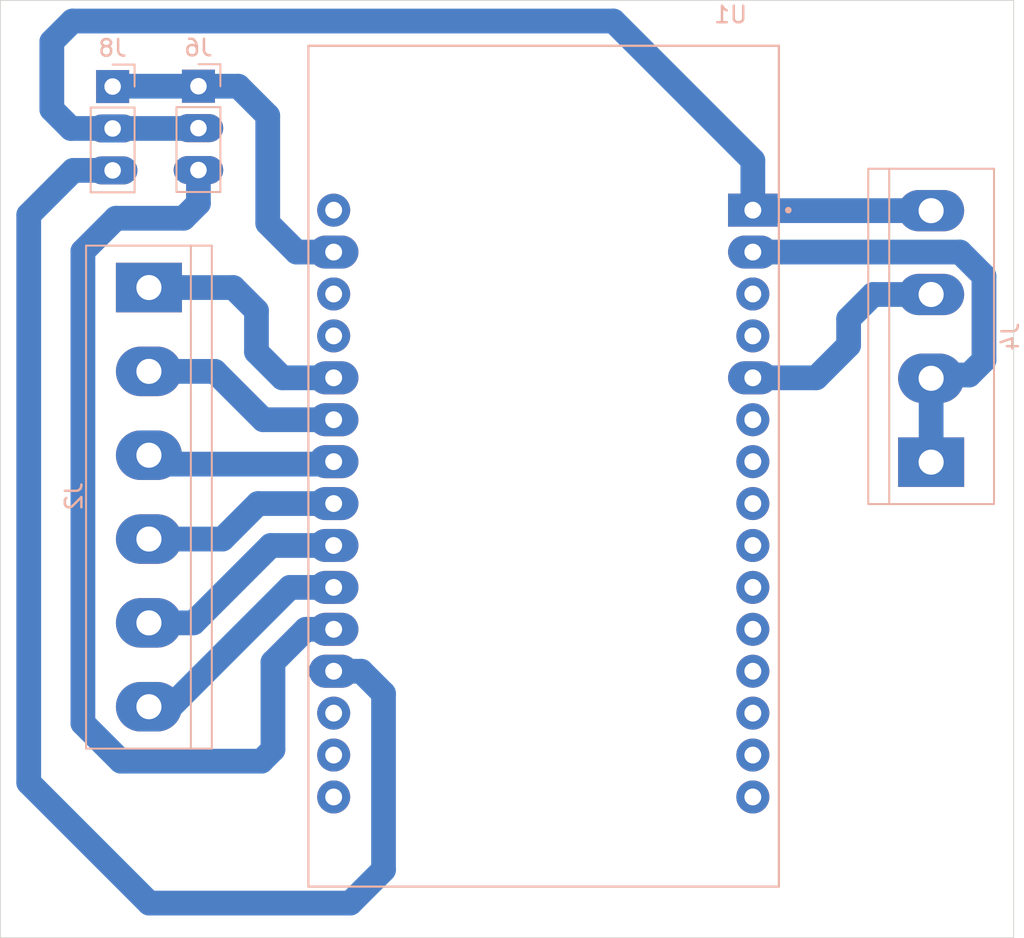
<source format=kicad_pcb>
(kicad_pcb (version 20241229) (generator "pcbnew") (generator_version "9.0")
  (layers (0 "F.Cu" signal) (2 "B.Cu" signal) (13 "F.Paste" user) (15 "B.Paste" user) (5 "F.SilkS" user "F.Silkscreen") (7 "B.SilkS" user "B.Silkscreen") (1 "F.Mask" user) (3 "B.Mask" user) (25 "Edge.Cuts" user))
  (net 0 "")
  (net 1 "Net-(J2-Pin_5)")
  (net 2 "Net-(J2-Pin_1)")
  (net 3 "Net-(J2-Pin_4)")
  (net 4 "Net-(J2-Pin_6)")
  (net 5 "Net-(J2-Pin_3)")
  (net 6 "Net-(J4-Pin_3)")
  (net 25 "GND")
  (net 26 "+3.3V")
  (net 27 "Net-(J6-Pin_3)")
  (net 28 "Net-(J8-Pin_3)")
  (net 29 "Net-(J2-Pin_2)")
  (footprint "TerminalBlock:TerminalBlock_bornier-6_P5.08mm" (layer "B.Cu") (at 129.683942 64.2 -90)
    (property "Reference" "J2" (at 12.65 4.55 90) (layer "B.SilkS") (effects (justify mirror)))
    (property "Value" "H Bridge")
    (fp_line (start 27.94 3.81) (end -2.54 3.81) (stroke (width 0.12)) (layer "B.SilkS"))
    (fp_line (start 27.94 3.81) (end 27.94 -3.81) (stroke (width 0.12)) (layer "B.SilkS"))
    (fp_line (start 27.94 -2.54) (end -2.54 -2.54) (stroke (width 0.12)) (layer "B.SilkS"))
    (fp_line (start -2.54 -3.81) (end -2.54 3.81) (stroke (width 0.12)) (layer "B.SilkS"))
    (fp_line (start 27.94 -3.81) (end -2.54 -3.81) (stroke (width 0.12)) (layer "B.SilkS"))
    (pad "1" thru_hole rect (at 0 0 270) (size 3 4) (drill 1.52) (layers "*.Cu" "*.Mask") (net 2 "Net-(J2-Pin_1)"))
    (pad "2" thru_hole oval (at 5.08 0 270) (size 3 4) (drill 1.52) (layers "*.Cu" "*.Mask") (net 29 "Net-(J2-Pin_2)"))
    (pad "3" thru_hole oval (at 10.16 0 270) (size 3 4) (drill 1.52) (layers "*.Cu" "*.Mask") (net 5 "Net-(J2-Pin_3)"))
    (pad "4" thru_hole oval (at 15.24 0 270) (size 3 4) (drill 1.52) (layers "*.Cu" "*.Mask") (net 3 "Net-(J2-Pin_4)"))
    (pad "5" thru_hole oval (at 20.32 0 270) (size 3 4) (drill 1.52) (layers "*.Cu" "*.Mask") (net 1 "Net-(J2-Pin_5)"))
    (pad "6" thru_hole oval (at 25.4 0 270) (size 3 4) (drill 1.52) (layers "*.Cu" "*.Mask") (net 4 "Net-(J2-Pin_6)"))
  )
  (footprint "TerminalBlock:TerminalBlock_bornier-4_P5.08mm" (layer "B.Cu") (at 177.083942 74.78 90)
    (property "Reference" "J4" (at 7.6 4.8 90) (layer "B.SilkS") (effects (justify mirror)))
    (property "Value" "Encoder")
    (fp_line (start 17.78 -3.81) (end -2.54 -3.81) (stroke (width 0.12)) (layer "B.SilkS"))
    (fp_line (start -2.54 -3.81) (end -2.54 3.81) (stroke (width 0.12)) (layer "B.SilkS"))
    (fp_line (start -2.54 -2.54) (end 17.78 -2.54) (stroke (width 0.12)) (layer "B.SilkS"))
    (fp_line (start 17.78 3.81) (end 17.78 -3.81) (stroke (width 0.12)) (layer "B.SilkS"))
    (fp_line (start 17.78 3.81) (end -2.54 3.81) (stroke (width 0.12)) (layer "B.SilkS"))
    (pad "1" thru_hole rect (at 0 0 90) (size 3 4) (drill 1.52) (layers "*.Cu" "*.Mask") (net 25 "GND"))
    (pad "2" thru_hole oval (at 5.08 0 90) (size 3 4) (drill 1.52) (layers "*.Cu" "*.Mask") (net 25 "GND"))
    (pad "3" thru_hole oval (at 10.16 0 90) (size 2.5 4) (drill 1.52) (layers "*.Cu" "*.Mask") (net 6 "Net-(J4-Pin_3)"))
    (pad "4" thru_hole oval (at 15.24 0 90) (size 2.5 4) (drill 1.52) (layers "*.Cu" "*.Mask") (net 26 "+3.3V"))
  )
  (footprint "Connector_PinHeader_2.54mm:PinHeader_1x03_P2.54mm_Vertical" (layer "B.Cu") (at 127.483942 52.02 180)
    (property "Reference" "J8" (at 0 2.33 0) (layer "B.SilkS") (effects (justify mirror)))
    (property "Value" "S1")
    (fp_line (start 1.33 -1.27) (end -1.33 -1.27) (stroke (width 0.12)) (layer "B.SilkS"))
    (fp_line (start 1.33 -6.41) (end 1.33 -1.27) (stroke (width 0.12)) (layer "B.SilkS"))
    (fp_line (start 1.33 -6.41) (end -1.33 -6.41) (stroke (width 0.12)) (layer "B.SilkS"))
    (fp_line (start 0 1.33) (end -1.33 1.33) (stroke (width 0.12)) (layer "B.SilkS"))
    (fp_line (start -1.33 1.33) (end -1.33 0) (stroke (width 0.12)) (layer "B.SilkS"))
    (fp_line (start -1.33 -6.41) (end -1.33 -1.27) (stroke (width 0.12)) (layer "B.SilkS"))
    (pad "1" thru_hole rect (at 0 0 180) (size 2 2) (drill 1) (layers "*.Cu" "*.Mask") (net 25 "GND"))
    (pad "2" thru_hole oval (at 0 -2.54 180) (size 3 1.7) (drill 1) (layers "*.Cu" "*.Mask") (net 26 "+3.3V"))
    (pad "3" thru_hole oval (at 0 -5.08 180) (size 3 1.7) (drill 1) (layers "*.Cu" "*.Mask") (net 28 "Net-(J8-Pin_3)"))
  )
  (footprint "ESP32-DEVKIT-V1:MODULE_ESP32_DEVKIT_V1" (layer "B.Cu") (at 153.578942 75.025 180)
    (property "Reference" "U1" (at -11.355 27.36 0) (layer "B.SilkS") (effects (justify mirror)))
    (property "Value" "ESP32-DEVKIT")
    (fp_line (start 14.23 25.475) (end 3.5 25.475) (stroke (width 0.127)) (layer "B.SilkS"))
    (fp_line (start 14.23 25.475) (end -14.28 25.475) (stroke (width 0.127)) (layer "B.SilkS"))
    (fp_line (start 14.23 -25.475) (end 14.23 25.475) (stroke (width 0.127)) (layer "B.SilkS"))
    (fp_line (start 14.23 -25.475) (end 14.23 25.475) (stroke (width 0.127)) (layer "B.SilkS"))
    (fp_line (start 14.23 -25.475) (end 8.78 -25.475) (stroke (width 0.127)) (layer "B.SilkS"))
    (fp_line (start 8.78 -25.475) (end -8.91 -25.475) (stroke (width 0.127)) (layer "B.SilkS"))
    (fp_line (start 3.5 25.475) (end -3.211 25.475) (stroke (width 0.127)) (layer "B.SilkS"))
    (fp_line (start -3.211 25.475) (end -14.28 25.475) (stroke (width 0.127)) (layer "B.SilkS"))
    (fp_line (start -8.91 -25.475) (end -14.28 -25.475) (stroke (width 0.127)) (layer "B.SilkS"))
    (fp_line (start -14.28 25.475) (end -14.28 -25.475) (stroke (width 0.127)) (layer "B.SilkS"))
    (fp_line (start -14.28 25.475) (end -14.28 -25.475) (stroke (width 0.127)) (layer "B.SilkS"))
    (fp_line (start -14.28 -25.475) (end 14.23 -25.475) (stroke (width 0.127)) (layer "B.SilkS"))
    (fp_circle (center -14.85 15.515) (end -14.75 15.515) (stroke (width 0.2)) (fill no) (layer "B.SilkS"))
    (pad "" np_thru_hole circle (at -12.28 -23.475 180) (size 3 3) (drill 3) (layers "*.Cu" "*.Mask"))
    (pad "" np_thru_hole circle (at -12.28 23.475 180) (size 3 3) (drill 3) (layers "*.Cu" "*.Mask"))
    (pad "" np_thru_hole circle (at 12.23 -23.475 180) (size 3 3) (drill 3) (layers "*.Cu" "*.Mask"))
    (pad "" np_thru_hole circle (at 12.23 23.475 180) (size 3 3) (drill 3) (layers "*.Cu" "*.Mask"))
    (pad "1" thru_hole rect (at -12.7 15.515 180) (size 3 2) (drill 1.02) (layers "*.Cu" "*.Mask") (net 26 "+3.3V"))
    (pad "2" thru_hole oval (at -12.7 12.975 180) (size 3 2) (drill 1.02) (layers "*.Cu" "*.Mask") (net 25 "GND"))
    (pad "3" thru_hole circle (at -12.7 10.435 180) (size 2 2) (drill 1.02) (layers "*.Cu" "*.Mask"))
    (pad "4" thru_hole circle (at -12.7 7.895 180) (size 2 2) (drill 1.02) (layers "*.Cu" "*.Mask"))
    (pad "5" thru_hole oval (at -12.7 5.355 180) (size 3 2) (drill 1.02) (layers "*.Cu" "*.Mask") (net 6 "Net-(J4-Pin_3)"))
    (pad "6" thru_hole circle (at -12.7 2.815 180) (size 2 2) (drill 1.02) (layers "*.Cu" "*.Mask"))
    (pad "7" thru_hole circle (at -12.7 0.275 180) (size 2 2) (drill 1.02) (layers "*.Cu" "*.Mask"))
    (pad "8" thru_hole circle (at -12.7 -2.265 180) (size 2 2) (drill 1.02) (layers "*.Cu" "*.Mask"))
    (pad "9" thru_hole circle (at -12.7 -4.805 180) (size 2 2) (drill 1.02) (layers "*.Cu" "*.Mask"))
    (pad "10" thru_hole circle (at -12.7 -7.345 180) (size 2 2) (drill 1.02) (layers "*.Cu" "*.Mask"))
    (pad "11" thru_hole circle (at -12.7 -9.885 180) (size 2 2) (drill 1.02) (layers "*.Cu" "*.Mask"))
    (pad "12" thru_hole circle (at -12.7 -12.425 180) (size 2 2) (drill 1.02) (layers "*.Cu" "*.Mask"))
    (pad "13" thru_hole circle (at -12.7 -14.965 180) (size 2 2) (drill 1.02) (layers "*.Cu" "*.Mask"))
    (pad "14" thru_hole circle (at -12.7 -17.505 180) (size 2 2) (drill 1.02) (layers "*.Cu" "*.Mask"))
    (pad "15" thru_hole circle (at -12.7 -20.045 180) (size 2 2) (drill 1.02) (layers "*.Cu" "*.Mask"))
    (pad "16" thru_hole circle (at 12.7 -20.045 180) (size 2 2) (drill 1.02) (layers "*.Cu" "*.Mask"))
    (pad "17" thru_hole circle (at 12.7 -17.505 180) (size 2 2) (drill 1.02) (layers "*.Cu" "*.Mask"))
    (pad "18" thru_hole circle (at 12.7 -14.965 180) (size 2 2) (drill 1.02) (layers "*.Cu" "*.Mask"))
    (pad "19" thru_hole oval (at 12.7 -12.425 180) (size 3 2) (drill 1.02) (layers "*.Cu" "*.Mask") (net 28 "Net-(J8-Pin_3)"))
    (pad "20" thru_hole oval (at 12.7 -9.885 180) (size 3 2) (drill 1.02) (layers "*.Cu" "*.Mask") (net 27 "Net-(J6-Pin_3)"))
    (pad "21" thru_hole oval (at 12.7 -7.345 180) (size 3 2) (drill 1.02) (layers "*.Cu" "*.Mask") (net 4 "Net-(J2-Pin_6)"))
    (pad "22" thru_hole oval (at 12.7 -4.805 180) (size 3 2) (drill 1.02) (layers "*.Cu" "*.Mask") (net 1 "Net-(J2-Pin_5)"))
    (pad "23" thru_hole oval (at 12.7 -2.265 180) (size 3 2) (drill 1.02) (layers "*.Cu" "*.Mask") (net 3 "Net-(J2-Pin_4)"))
    (pad "24" thru_hole oval (at 12.7 0.275 180) (size 3 2) (drill 1.02) (layers "*.Cu" "*.Mask") (net 5 "Net-(J2-Pin_3)"))
    (pad "25" thru_hole oval (at 12.7 2.815 180) (size 3 2) (drill 1.02) (layers "*.Cu" "*.Mask") (net 29 "Net-(J2-Pin_2)"))
    (pad "26" thru_hole oval (at 12.7 5.355 180) (size 3 2) (drill 1.02) (layers "*.Cu" "*.Mask") (net 2 "Net-(J2-Pin_1)"))
    (pad "27" thru_hole circle (at 12.7 7.895 180) (size 2 2) (drill 1.02) (layers "*.Cu" "*.Mask"))
    (pad "28" thru_hole circle (at 12.7 10.435 180) (size 2 2) (drill 1.02) (layers "*.Cu" "*.Mask"))
    (pad "29" thru_hole oval (at 12.7 12.975 180) (size 3 2) (drill 1.02) (layers "*.Cu" "*.Mask") (net 25 "GND"))
    (pad "30" thru_hole circle (at 12.7 15.515 180) (size 2 2) (drill 1.02) (layers "*.Cu" "*.Mask"))
  )
  (footprint "Connector_PinHeader_2.54mm:PinHeader_1x03_P2.54mm_Vertical" (layer "B.Cu") (at 132.683942 52 180)
    (property "Reference" "J6" (at 0 2.33 0) (layer "B.SilkS") (effects (justify mirror)))
    (property "Value" "S2")
    (fp_line (start 1.33 -1.27) (end -1.33 -1.27) (stroke (width 0.12)) (layer "B.SilkS"))
    (fp_line (start 1.33 -6.41) (end 1.33 -1.27) (stroke (width 0.12)) (layer "B.SilkS"))
    (fp_line (start 1.33 -6.41) (end -1.33 -6.41) (stroke (width 0.12)) (layer "B.SilkS"))
    (fp_line (start 0 1.33) (end -1.33 1.33) (stroke (width 0.12)) (layer "B.SilkS"))
    (fp_line (start -1.33 1.33) (end -1.33 0) (stroke (width 0.12)) (layer "B.SilkS"))
    (fp_line (start -1.33 -6.41) (end -1.33 -1.27) (stroke (width 0.12)) (layer "B.SilkS"))
    (pad "1" thru_hole rect (at 0 0 180) (size 2 2) (drill 1) (layers "*.Cu" "*.Mask") (net 25 "GND"))
    (pad "2" thru_hole oval (at 0 -2.54 180) (size 3 1.7) (drill 1) (layers "*.Cu" "*.Mask") (net 26 "+3.3V"))
    (pad "3" thru_hole oval (at 0 -5.08 180) (size 3 1.7) (drill 1) (layers "*.Cu" "*.Mask") (net 27 "Net-(J6-Pin_3)"))
  )
  (gr_rect (start 120.683942 46.8) (end 182.083942 103.6) (stroke (width 0.05)) (fill no) (layer "Edge.Cuts"))
  (segment (start 132.38 84.52) (end 137.07 79.83) (width 1.5) (layer "B.Cu") (net 1))
  (segment (start 129.683942 84.52) (end 132.38 84.52) (width 1.5) (layer "B.Cu") (net 1))
  (segment (start 137.07 79.83) (end 140.878942 79.83) (width 1.5) (layer "B.Cu") (net 1))
  (segment (start 136.2 65.6) (end 136.2 68.1) (width 1.5) (layer "B.Cu") (net 2))
  (segment (start 129.683942 64.2) (end 134.8 64.2) (width 1.5) (layer "B.Cu") (net 2))
  (segment (start 136.2 68.1) (end 137.77 69.67) (width 1.5) (layer "B.Cu") (net 2))
  (segment (start 134.8 64.2) (end 136.2 65.6) (width 1.5) (layer "B.Cu") (net 2))
  (segment (start 137.77 69.67) (end 140.878942 69.67) (width 1.5) (layer "B.Cu") (net 2))
  (segment (start 136.293942 77.29) (end 140.878942 77.29) (width 1.5) (layer "B.Cu") (net 3))
  (segment (start 134.143942 79.44) (end 136.293942 77.29) (width 1.5) (layer "B.Cu") (net 3))
  (segment (start 129.683942 79.44) (end 134.143942 79.44) (width 1.5) (layer "B.Cu") (net 3))
  (segment (start 131 89.6) (end 138.23 82.37) (width 1.5) (layer "B.Cu") (net 4))
  (segment (start 138.23 82.37) (end 140.878942 82.37) (width 1.5) (layer "B.Cu") (net 4))
  (segment (start 129.683942 89.6) (end 131 89.6) (width 1.5) (layer "B.Cu") (net 4))
  (segment (start 129.683942 74.36) (end 130.223942 74.9) (width 1.5) (layer "B.Cu") (net 5))
  (segment (start 130.223942 74.9) (end 140.728942 74.9) (width 1.5) (layer "B.Cu") (net 5))
  (segment (start 140.728942 74.9) (end 140.878942 74.75) (width 1.5) (layer "B.Cu") (net 5))
  (segment (start 173.563942 64.62) (end 172.083942 66.1) (width 1.5) (layer "B.Cu") (net 6))
  (segment (start 170.113942 69.67) (end 166.278942 69.67) (width 1.5) (layer "B.Cu") (net 6))
  (segment (start 172.083942 67.7) (end 170.113942 69.67) (width 1.5) (layer "B.Cu") (net 6))
  (segment (start 172.083942 66.1) (end 172.083942 67.7) (width 1.5) (layer "B.Cu") (net 6))
  (segment (start 177.083942 64.62) (end 173.563942 64.62) (width 1.5) (layer "B.Cu") (net 6))
  (segment (start 178.833942 62.05) (end 180.283942 63.5) (width 1.5) (layer "B.Cu") (net 25))
  (segment (start 136.883942 53.783942) (end 135.1 52) (width 1.5) (layer "B.Cu") (net 25))
  (segment (start 127.503942 52) (end 127.483942 52.02) (width 1.5) (layer "B.Cu") (net 25))
  (segment (start 132.663942 52.02) (end 132.683942 52) (width 1.5) (layer "B.Cu") (net 25))
  (segment (start 132.683942 52) (end 127.503942 52) (width 1.5) (layer "B.Cu") (net 25))
  (segment (start 177.283942 69.5) (end 177.083942 69.7) (width 1.5) (layer "B.Cu") (net 25))
  (segment (start 136.883942 60.3) (end 136.883942 53.783942) (width 1.5) (layer "B.Cu") (net 25))
  (segment (start 132.683942 51.9) (end 132.683942 52) (width 1.5) (layer "B.Cu") (net 25))
  (segment (start 166.278942 62.05) (end 178.833942 62.05) (width 1.5) (layer "B.Cu") (net 25))
  (segment (start 135.1 52) (end 132.683942 52) (width 1.5) (layer "B.Cu") (net 25))
  (segment (start 177.083942 74.78) (end 177.083942 69.7) (width 1.5) (layer "B.Cu") (net 25))
  (segment (start 179.383942 69.5) (end 177.283942 69.5) (width 1.5) (layer "B.Cu") (net 25))
  (segment (start 180.283942 63.5) (end 180.283942 68.6) (width 1.5) (layer "B.Cu") (net 25))
  (segment (start 140.878942 62.05) (end 138.633942 62.05) (width 1.5) (layer "B.Cu") (net 25))
  (segment (start 180.283942 68.6) (end 179.383942 69.5) (width 1.5) (layer "B.Cu") (net 25))
  (segment (start 138.633942 62.05) (end 136.883942 60.3) (width 1.5) (layer "B.Cu") (net 25))
  (segment (start 123.8 53.4) (end 124.96 54.56) (width 1.5) (layer "B.Cu") (net 26))
  (segment (start 125.05 48.05) (end 123.8 49.3) (width 1.5) (layer "B.Cu") (net 26))
  (segment (start 166.278942 59.51) (end 166.278942 56.495) (width 1.5) (layer "B.Cu") (net 26))
  (segment (start 166.278942 56.495) (end 157.833942 48.05) (width 1.5) (layer "B.Cu") (net 26))
  (segment (start 123.8 49.3) (end 123.8 53.4) (width 1.5) (layer "B.Cu") (net 26))
  (segment (start 177.083942 59.54) (end 166.308942 59.54) (width 1.5) (layer "B.Cu") (net 26))
  (segment (start 124.96 54.56) (end 127.483942 54.56) (width 1.5) (layer "B.Cu") (net 26))
  (segment (start 127.483942 54.56) (end 132.663942 54.56) (width 1.5) (layer "B.Cu") (net 26))
  (segment (start 166.308942 59.54) (end 166.278942 59.51) (width 1.5) (layer "B.Cu") (net 26))
  (segment (start 132.663942 54.56) (end 132.683942 54.54) (width 1.5) (layer "B.Cu") (net 26))
  (segment (start 157.833942 48.05) (end 125.05 48.05) (width 1.5) (layer "B.Cu") (net 26))
  (segment (start 132.683942 59.1) (end 131.783942 60) (width 1.5) (layer "B.Cu") (net 27))
  (segment (start 125.683942 62) (end 125.683942 90.6) (width 1.5) (layer "B.Cu") (net 27))
  (segment (start 137.2 86.9) (end 139.19 84.91) (width 1.5) (layer "B.Cu") (net 27))
  (segment (start 136.5 92.9) (end 137.2 92.2) (width 1.5) (layer "B.Cu") (net 27))
  (segment (start 127.683942 60) (end 125.683942 62) (width 1.5) (layer "B.Cu") (net 27))
  (segment (start 131.783942 60) (end 127.683942 60) (width 1.5) (layer "B.Cu") (net 27))
  (segment (start 125.683942 90.6) (end 127.983942 92.9) (width 1.5) (layer "B.Cu") (net 27))
  (segment (start 139.19 84.91) (end 140.878942 84.91) (width 1.5) (layer "B.Cu") (net 27))
  (segment (start 132.683942 57.08) (end 132.683942 59.1) (width 1.5) (layer "B.Cu") (net 27))
  (segment (start 127.983942 92.9) (end 136.5 92.9) (width 1.5) (layer "B.Cu") (net 27))
  (segment (start 137.2 92.2) (end 137.2 86.9) (width 1.5) (layer "B.Cu") (net 27))
  (segment (start 127.483942 57.1) (end 125.1 57.1) (width 1.5) (layer "B.Cu") (net 28))
  (segment (start 125.1 57.1) (end 122.4 59.8) (width 1.5) (layer "B.Cu") (net 28))
  (segment (start 141.884476 101.5) (end 143.9 99.484476) (width 1.5) (layer "B.Cu") (net 28))
  (segment (start 142.55 87.45) (end 140.878942 87.45) (width 1.5) (layer "B.Cu") (net 28))
  (segment (start 143.9 88.8) (end 142.55 87.45) (width 1.5) (layer "B.Cu") (net 28))
  (segment (start 122.4 94.2) (end 129.7 101.5) (width 1.5) (layer "B.Cu") (net 28))
  (segment (start 122.4 59.8) (end 122.4 94.2) (width 1.5) (layer "B.Cu") (net 28))
  (segment (start 129.7 101.5) (end 141.884476 101.5) (width 1.5) (layer "B.Cu") (net 28))
  (segment (start 143.9 99.484476) (end 143.9 88.8) (width 1.5) (layer "B.Cu") (net 28))
  (segment (start 136.61 72.21) (end 140.878942 72.21) (width 1.5) (layer "B.Cu") (net 29))
  (segment (start 133.68 69.28) (end 136.61 72.21) (width 1.5) (layer "B.Cu") (net 29))
  (segment (start 129.683942 69.28) (end 133.68 69.28) (width 1.5) (layer "B.Cu") (net 29))
)
</source>
